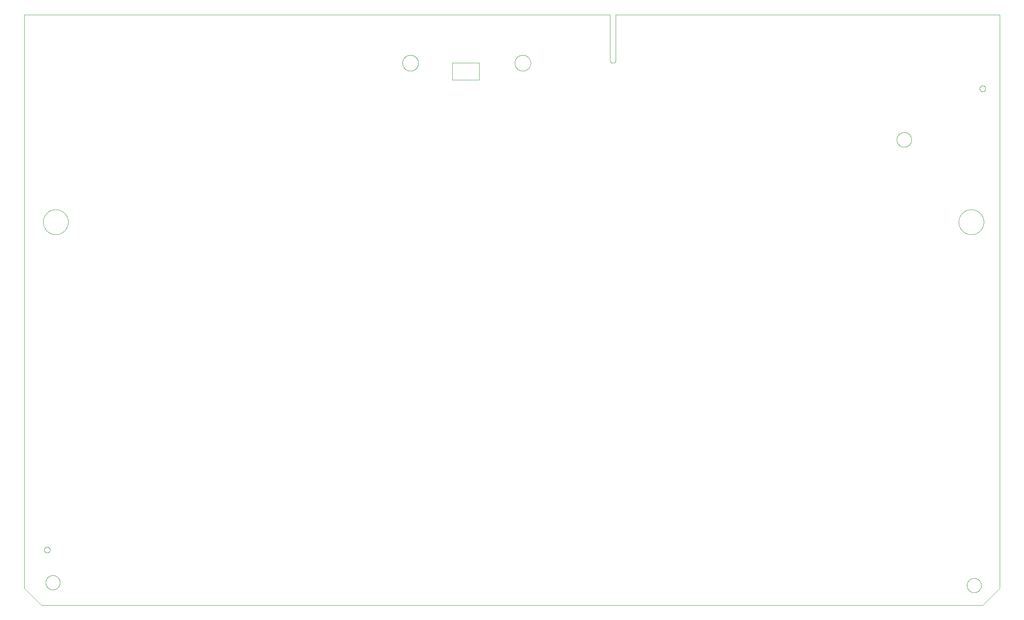
<source format=gko>
G04 EAGLE Gerber RS-274X export*
G75*
%MOMM*%
%FSLAX34Y34*%
%LPD*%
%INMill Layer*%
%IPPOS*%
%AMOC8*
5,1,8,0,0,1.08239X$1,22.5*%
G01*
%ADD10C,0.000000*%


D10*
X47500Y50800D02*
X47505Y51193D01*
X47519Y51585D01*
X47543Y51977D01*
X47577Y52368D01*
X47620Y52759D01*
X47673Y53148D01*
X47736Y53535D01*
X47807Y53921D01*
X47889Y54306D01*
X47979Y54688D01*
X48080Y55067D01*
X48189Y55445D01*
X48308Y55819D01*
X48435Y56190D01*
X48572Y56558D01*
X48718Y56923D01*
X48873Y57284D01*
X49036Y57641D01*
X49208Y57994D01*
X49389Y58342D01*
X49579Y58686D01*
X49776Y59026D01*
X49982Y59360D01*
X50196Y59689D01*
X50419Y60013D01*
X50649Y60331D01*
X50886Y60644D01*
X51132Y60950D01*
X51385Y61251D01*
X51645Y61545D01*
X51912Y61833D01*
X52186Y62114D01*
X52467Y62388D01*
X52755Y62655D01*
X53049Y62915D01*
X53350Y63168D01*
X53656Y63414D01*
X53969Y63651D01*
X54287Y63881D01*
X54611Y64104D01*
X54940Y64318D01*
X55274Y64524D01*
X55614Y64721D01*
X55958Y64911D01*
X56306Y65092D01*
X56659Y65264D01*
X57016Y65427D01*
X57377Y65582D01*
X57742Y65728D01*
X58110Y65865D01*
X58481Y65992D01*
X58855Y66111D01*
X59233Y66220D01*
X59612Y66321D01*
X59994Y66411D01*
X60379Y66493D01*
X60765Y66564D01*
X61152Y66627D01*
X61541Y66680D01*
X61932Y66723D01*
X62323Y66757D01*
X62715Y66781D01*
X63107Y66795D01*
X63500Y66800D01*
X63893Y66795D01*
X64285Y66781D01*
X64677Y66757D01*
X65068Y66723D01*
X65459Y66680D01*
X65848Y66627D01*
X66235Y66564D01*
X66621Y66493D01*
X67006Y66411D01*
X67388Y66321D01*
X67767Y66220D01*
X68145Y66111D01*
X68519Y65992D01*
X68890Y65865D01*
X69258Y65728D01*
X69623Y65582D01*
X69984Y65427D01*
X70341Y65264D01*
X70694Y65092D01*
X71042Y64911D01*
X71386Y64721D01*
X71726Y64524D01*
X72060Y64318D01*
X72389Y64104D01*
X72713Y63881D01*
X73031Y63651D01*
X73344Y63414D01*
X73650Y63168D01*
X73951Y62915D01*
X74245Y62655D01*
X74533Y62388D01*
X74814Y62114D01*
X75088Y61833D01*
X75355Y61545D01*
X75615Y61251D01*
X75868Y60950D01*
X76114Y60644D01*
X76351Y60331D01*
X76581Y60013D01*
X76804Y59689D01*
X77018Y59360D01*
X77224Y59026D01*
X77421Y58686D01*
X77611Y58342D01*
X77792Y57994D01*
X77964Y57641D01*
X78127Y57284D01*
X78282Y56923D01*
X78428Y56558D01*
X78565Y56190D01*
X78692Y55819D01*
X78811Y55445D01*
X78920Y55067D01*
X79021Y54688D01*
X79111Y54306D01*
X79193Y53921D01*
X79264Y53535D01*
X79327Y53148D01*
X79380Y52759D01*
X79423Y52368D01*
X79457Y51977D01*
X79481Y51585D01*
X79495Y51193D01*
X79500Y50800D01*
X79495Y50407D01*
X79481Y50015D01*
X79457Y49623D01*
X79423Y49232D01*
X79380Y48841D01*
X79327Y48452D01*
X79264Y48065D01*
X79193Y47679D01*
X79111Y47294D01*
X79021Y46912D01*
X78920Y46533D01*
X78811Y46155D01*
X78692Y45781D01*
X78565Y45410D01*
X78428Y45042D01*
X78282Y44677D01*
X78127Y44316D01*
X77964Y43959D01*
X77792Y43606D01*
X77611Y43258D01*
X77421Y42914D01*
X77224Y42574D01*
X77018Y42240D01*
X76804Y41911D01*
X76581Y41587D01*
X76351Y41269D01*
X76114Y40956D01*
X75868Y40650D01*
X75615Y40349D01*
X75355Y40055D01*
X75088Y39767D01*
X74814Y39486D01*
X74533Y39212D01*
X74245Y38945D01*
X73951Y38685D01*
X73650Y38432D01*
X73344Y38186D01*
X73031Y37949D01*
X72713Y37719D01*
X72389Y37496D01*
X72060Y37282D01*
X71726Y37076D01*
X71386Y36879D01*
X71042Y36689D01*
X70694Y36508D01*
X70341Y36336D01*
X69984Y36173D01*
X69623Y36018D01*
X69258Y35872D01*
X68890Y35735D01*
X68519Y35608D01*
X68145Y35489D01*
X67767Y35380D01*
X67388Y35279D01*
X67006Y35189D01*
X66621Y35107D01*
X66235Y35036D01*
X65848Y34973D01*
X65459Y34920D01*
X65068Y34877D01*
X64677Y34843D01*
X64285Y34819D01*
X63893Y34805D01*
X63500Y34800D01*
X63107Y34805D01*
X62715Y34819D01*
X62323Y34843D01*
X61932Y34877D01*
X61541Y34920D01*
X61152Y34973D01*
X60765Y35036D01*
X60379Y35107D01*
X59994Y35189D01*
X59612Y35279D01*
X59233Y35380D01*
X58855Y35489D01*
X58481Y35608D01*
X58110Y35735D01*
X57742Y35872D01*
X57377Y36018D01*
X57016Y36173D01*
X56659Y36336D01*
X56306Y36508D01*
X55958Y36689D01*
X55614Y36879D01*
X55274Y37076D01*
X54940Y37282D01*
X54611Y37496D01*
X54287Y37719D01*
X53969Y37949D01*
X53656Y38186D01*
X53350Y38432D01*
X53049Y38685D01*
X52755Y38945D01*
X52467Y39212D01*
X52186Y39486D01*
X51912Y39767D01*
X51645Y40055D01*
X51385Y40349D01*
X51132Y40650D01*
X50886Y40956D01*
X50649Y41269D01*
X50419Y41587D01*
X50196Y41911D01*
X49982Y42240D01*
X49776Y42574D01*
X49579Y42914D01*
X49389Y43258D01*
X49208Y43606D01*
X49036Y43959D01*
X48873Y44316D01*
X48718Y44677D01*
X48572Y45042D01*
X48435Y45410D01*
X48308Y45781D01*
X48189Y46155D01*
X48080Y46533D01*
X47979Y46912D01*
X47889Y47294D01*
X47807Y47679D01*
X47736Y48065D01*
X47673Y48452D01*
X47620Y48841D01*
X47577Y49232D01*
X47543Y49623D01*
X47519Y50015D01*
X47505Y50407D01*
X47500Y50800D01*
X41910Y857250D02*
X41918Y857936D01*
X41944Y858621D01*
X41986Y859305D01*
X42045Y859989D01*
X42120Y860670D01*
X42212Y861350D01*
X42321Y862027D01*
X42447Y862701D01*
X42589Y863372D01*
X42747Y864039D01*
X42922Y864702D01*
X43113Y865361D01*
X43320Y866014D01*
X43543Y866663D01*
X43782Y867305D01*
X44037Y867942D01*
X44307Y868572D01*
X44593Y869196D01*
X44893Y869812D01*
X45209Y870421D01*
X45540Y871022D01*
X45885Y871614D01*
X46245Y872198D01*
X46619Y872773D01*
X47007Y873338D01*
X47408Y873894D01*
X47824Y874440D01*
X48252Y874975D01*
X48694Y875500D01*
X49148Y876013D01*
X49615Y876516D01*
X50093Y877007D01*
X50584Y877485D01*
X51087Y877952D01*
X51600Y878406D01*
X52125Y878848D01*
X52660Y879276D01*
X53206Y879692D01*
X53762Y880093D01*
X54327Y880481D01*
X54902Y880855D01*
X55486Y881215D01*
X56078Y881560D01*
X56679Y881891D01*
X57288Y882207D01*
X57904Y882507D01*
X58528Y882793D01*
X59158Y883063D01*
X59795Y883318D01*
X60437Y883557D01*
X61086Y883780D01*
X61739Y883987D01*
X62398Y884178D01*
X63061Y884353D01*
X63728Y884511D01*
X64399Y884653D01*
X65073Y884779D01*
X65750Y884888D01*
X66430Y884980D01*
X67111Y885055D01*
X67795Y885114D01*
X68479Y885156D01*
X69164Y885182D01*
X69850Y885190D01*
X70536Y885182D01*
X71221Y885156D01*
X71905Y885114D01*
X72589Y885055D01*
X73270Y884980D01*
X73950Y884888D01*
X74627Y884779D01*
X75301Y884653D01*
X75972Y884511D01*
X76639Y884353D01*
X77302Y884178D01*
X77961Y883987D01*
X78614Y883780D01*
X79263Y883557D01*
X79905Y883318D01*
X80542Y883063D01*
X81172Y882793D01*
X81796Y882507D01*
X82412Y882207D01*
X83021Y881891D01*
X83622Y881560D01*
X84214Y881215D01*
X84798Y880855D01*
X85373Y880481D01*
X85938Y880093D01*
X86494Y879692D01*
X87040Y879276D01*
X87575Y878848D01*
X88100Y878406D01*
X88613Y877952D01*
X89116Y877485D01*
X89607Y877007D01*
X90085Y876516D01*
X90552Y876013D01*
X91006Y875500D01*
X91448Y874975D01*
X91876Y874440D01*
X92292Y873894D01*
X92693Y873338D01*
X93081Y872773D01*
X93455Y872198D01*
X93815Y871614D01*
X94160Y871022D01*
X94491Y870421D01*
X94807Y869812D01*
X95107Y869196D01*
X95393Y868572D01*
X95663Y867942D01*
X95918Y867305D01*
X96157Y866663D01*
X96380Y866014D01*
X96587Y865361D01*
X96778Y864702D01*
X96953Y864039D01*
X97111Y863372D01*
X97253Y862701D01*
X97379Y862027D01*
X97488Y861350D01*
X97580Y860670D01*
X97655Y859989D01*
X97714Y859305D01*
X97756Y858621D01*
X97782Y857936D01*
X97790Y857250D01*
X97782Y856564D01*
X97756Y855879D01*
X97714Y855195D01*
X97655Y854511D01*
X97580Y853830D01*
X97488Y853150D01*
X97379Y852473D01*
X97253Y851799D01*
X97111Y851128D01*
X96953Y850461D01*
X96778Y849798D01*
X96587Y849139D01*
X96380Y848486D01*
X96157Y847837D01*
X95918Y847195D01*
X95663Y846558D01*
X95393Y845928D01*
X95107Y845304D01*
X94807Y844688D01*
X94491Y844079D01*
X94160Y843478D01*
X93815Y842886D01*
X93455Y842302D01*
X93081Y841727D01*
X92693Y841162D01*
X92292Y840606D01*
X91876Y840060D01*
X91448Y839525D01*
X91006Y839000D01*
X90552Y838487D01*
X90085Y837984D01*
X89607Y837493D01*
X89116Y837015D01*
X88613Y836548D01*
X88100Y836094D01*
X87575Y835652D01*
X87040Y835224D01*
X86494Y834808D01*
X85938Y834407D01*
X85373Y834019D01*
X84798Y833645D01*
X84214Y833285D01*
X83622Y832940D01*
X83021Y832609D01*
X82412Y832293D01*
X81796Y831993D01*
X81172Y831707D01*
X80542Y831437D01*
X79905Y831182D01*
X79263Y830943D01*
X78614Y830720D01*
X77961Y830513D01*
X77302Y830322D01*
X76639Y830147D01*
X75972Y829989D01*
X75301Y829847D01*
X74627Y829721D01*
X73950Y829612D01*
X73270Y829520D01*
X72589Y829445D01*
X71905Y829386D01*
X71221Y829344D01*
X70536Y829318D01*
X69850Y829310D01*
X69164Y829318D01*
X68479Y829344D01*
X67795Y829386D01*
X67111Y829445D01*
X66430Y829520D01*
X65750Y829612D01*
X65073Y829721D01*
X64399Y829847D01*
X63728Y829989D01*
X63061Y830147D01*
X62398Y830322D01*
X61739Y830513D01*
X61086Y830720D01*
X60437Y830943D01*
X59795Y831182D01*
X59158Y831437D01*
X58528Y831707D01*
X57904Y831993D01*
X57288Y832293D01*
X56679Y832609D01*
X56078Y832940D01*
X55486Y833285D01*
X54902Y833645D01*
X54327Y834019D01*
X53762Y834407D01*
X53206Y834808D01*
X52660Y835224D01*
X52125Y835652D01*
X51600Y836094D01*
X51087Y836548D01*
X50584Y837015D01*
X50093Y837493D01*
X49615Y837984D01*
X49148Y838487D01*
X48694Y839000D01*
X48252Y839525D01*
X47824Y840060D01*
X47408Y840606D01*
X47007Y841162D01*
X46619Y841727D01*
X46245Y842302D01*
X45885Y842886D01*
X45540Y843478D01*
X45209Y844079D01*
X44893Y844688D01*
X44593Y845304D01*
X44307Y845928D01*
X44037Y846558D01*
X43782Y847195D01*
X43543Y847837D01*
X43320Y848486D01*
X43113Y849139D01*
X42922Y849798D01*
X42747Y850461D01*
X42589Y851128D01*
X42447Y851799D01*
X42321Y852473D01*
X42212Y853150D01*
X42120Y853830D01*
X42045Y854511D01*
X41986Y855195D01*
X41944Y855879D01*
X41918Y856564D01*
X41910Y857250D01*
X2086610Y857250D02*
X2086618Y857936D01*
X2086644Y858621D01*
X2086686Y859305D01*
X2086745Y859989D01*
X2086820Y860670D01*
X2086912Y861350D01*
X2087021Y862027D01*
X2087147Y862701D01*
X2087289Y863372D01*
X2087447Y864039D01*
X2087622Y864702D01*
X2087813Y865361D01*
X2088020Y866014D01*
X2088243Y866663D01*
X2088482Y867305D01*
X2088737Y867942D01*
X2089007Y868572D01*
X2089293Y869196D01*
X2089593Y869812D01*
X2089909Y870421D01*
X2090240Y871022D01*
X2090585Y871614D01*
X2090945Y872198D01*
X2091319Y872773D01*
X2091707Y873338D01*
X2092108Y873894D01*
X2092524Y874440D01*
X2092952Y874975D01*
X2093394Y875500D01*
X2093848Y876013D01*
X2094315Y876516D01*
X2094793Y877007D01*
X2095284Y877485D01*
X2095787Y877952D01*
X2096300Y878406D01*
X2096825Y878848D01*
X2097360Y879276D01*
X2097906Y879692D01*
X2098462Y880093D01*
X2099027Y880481D01*
X2099602Y880855D01*
X2100186Y881215D01*
X2100778Y881560D01*
X2101379Y881891D01*
X2101988Y882207D01*
X2102604Y882507D01*
X2103228Y882793D01*
X2103858Y883063D01*
X2104495Y883318D01*
X2105137Y883557D01*
X2105786Y883780D01*
X2106439Y883987D01*
X2107098Y884178D01*
X2107761Y884353D01*
X2108428Y884511D01*
X2109099Y884653D01*
X2109773Y884779D01*
X2110450Y884888D01*
X2111130Y884980D01*
X2111811Y885055D01*
X2112495Y885114D01*
X2113179Y885156D01*
X2113864Y885182D01*
X2114550Y885190D01*
X2115236Y885182D01*
X2115921Y885156D01*
X2116605Y885114D01*
X2117289Y885055D01*
X2117970Y884980D01*
X2118650Y884888D01*
X2119327Y884779D01*
X2120001Y884653D01*
X2120672Y884511D01*
X2121339Y884353D01*
X2122002Y884178D01*
X2122661Y883987D01*
X2123314Y883780D01*
X2123963Y883557D01*
X2124605Y883318D01*
X2125242Y883063D01*
X2125872Y882793D01*
X2126496Y882507D01*
X2127112Y882207D01*
X2127721Y881891D01*
X2128322Y881560D01*
X2128914Y881215D01*
X2129498Y880855D01*
X2130073Y880481D01*
X2130638Y880093D01*
X2131194Y879692D01*
X2131740Y879276D01*
X2132275Y878848D01*
X2132800Y878406D01*
X2133313Y877952D01*
X2133816Y877485D01*
X2134307Y877007D01*
X2134785Y876516D01*
X2135252Y876013D01*
X2135706Y875500D01*
X2136148Y874975D01*
X2136576Y874440D01*
X2136992Y873894D01*
X2137393Y873338D01*
X2137781Y872773D01*
X2138155Y872198D01*
X2138515Y871614D01*
X2138860Y871022D01*
X2139191Y870421D01*
X2139507Y869812D01*
X2139807Y869196D01*
X2140093Y868572D01*
X2140363Y867942D01*
X2140618Y867305D01*
X2140857Y866663D01*
X2141080Y866014D01*
X2141287Y865361D01*
X2141478Y864702D01*
X2141653Y864039D01*
X2141811Y863372D01*
X2141953Y862701D01*
X2142079Y862027D01*
X2142188Y861350D01*
X2142280Y860670D01*
X2142355Y859989D01*
X2142414Y859305D01*
X2142456Y858621D01*
X2142482Y857936D01*
X2142490Y857250D01*
X2142482Y856564D01*
X2142456Y855879D01*
X2142414Y855195D01*
X2142355Y854511D01*
X2142280Y853830D01*
X2142188Y853150D01*
X2142079Y852473D01*
X2141953Y851799D01*
X2141811Y851128D01*
X2141653Y850461D01*
X2141478Y849798D01*
X2141287Y849139D01*
X2141080Y848486D01*
X2140857Y847837D01*
X2140618Y847195D01*
X2140363Y846558D01*
X2140093Y845928D01*
X2139807Y845304D01*
X2139507Y844688D01*
X2139191Y844079D01*
X2138860Y843478D01*
X2138515Y842886D01*
X2138155Y842302D01*
X2137781Y841727D01*
X2137393Y841162D01*
X2136992Y840606D01*
X2136576Y840060D01*
X2136148Y839525D01*
X2135706Y839000D01*
X2135252Y838487D01*
X2134785Y837984D01*
X2134307Y837493D01*
X2133816Y837015D01*
X2133313Y836548D01*
X2132800Y836094D01*
X2132275Y835652D01*
X2131740Y835224D01*
X2131194Y834808D01*
X2130638Y834407D01*
X2130073Y834019D01*
X2129498Y833645D01*
X2128914Y833285D01*
X2128322Y832940D01*
X2127721Y832609D01*
X2127112Y832293D01*
X2126496Y831993D01*
X2125872Y831707D01*
X2125242Y831437D01*
X2124605Y831182D01*
X2123963Y830943D01*
X2123314Y830720D01*
X2122661Y830513D01*
X2122002Y830322D01*
X2121339Y830147D01*
X2120672Y829989D01*
X2120001Y829847D01*
X2119327Y829721D01*
X2118650Y829612D01*
X2117970Y829520D01*
X2117289Y829445D01*
X2116605Y829386D01*
X2115921Y829344D01*
X2115236Y829318D01*
X2114550Y829310D01*
X2113864Y829318D01*
X2113179Y829344D01*
X2112495Y829386D01*
X2111811Y829445D01*
X2111130Y829520D01*
X2110450Y829612D01*
X2109773Y829721D01*
X2109099Y829847D01*
X2108428Y829989D01*
X2107761Y830147D01*
X2107098Y830322D01*
X2106439Y830513D01*
X2105786Y830720D01*
X2105137Y830943D01*
X2104495Y831182D01*
X2103858Y831437D01*
X2103228Y831707D01*
X2102604Y831993D01*
X2101988Y832293D01*
X2101379Y832609D01*
X2100778Y832940D01*
X2100186Y833285D01*
X2099602Y833645D01*
X2099027Y834019D01*
X2098462Y834407D01*
X2097906Y834808D01*
X2097360Y835224D01*
X2096825Y835652D01*
X2096300Y836094D01*
X2095787Y836548D01*
X2095284Y837015D01*
X2094793Y837493D01*
X2094315Y837984D01*
X2093848Y838487D01*
X2093394Y839000D01*
X2092952Y839525D01*
X2092524Y840060D01*
X2092108Y840606D01*
X2091707Y841162D01*
X2091319Y841727D01*
X2090945Y842302D01*
X2090585Y842886D01*
X2090240Y843478D01*
X2089909Y844079D01*
X2089593Y844688D01*
X2089293Y845304D01*
X2089007Y845928D01*
X2088737Y846558D01*
X2088482Y847195D01*
X2088243Y847837D01*
X2088020Y848486D01*
X2087813Y849139D01*
X2087622Y849798D01*
X2087447Y850461D01*
X2087289Y851128D01*
X2087147Y851799D01*
X2087021Y852473D01*
X2086912Y853150D01*
X2086820Y853830D01*
X2086745Y854511D01*
X2086686Y855195D01*
X2086644Y855879D01*
X2086618Y856564D01*
X2086610Y857250D01*
X2104900Y44450D02*
X2104905Y44843D01*
X2104919Y45235D01*
X2104943Y45627D01*
X2104977Y46018D01*
X2105020Y46409D01*
X2105073Y46798D01*
X2105136Y47185D01*
X2105207Y47571D01*
X2105289Y47956D01*
X2105379Y48338D01*
X2105480Y48717D01*
X2105589Y49095D01*
X2105708Y49469D01*
X2105835Y49840D01*
X2105972Y50208D01*
X2106118Y50573D01*
X2106273Y50934D01*
X2106436Y51291D01*
X2106608Y51644D01*
X2106789Y51992D01*
X2106979Y52336D01*
X2107176Y52676D01*
X2107382Y53010D01*
X2107596Y53339D01*
X2107819Y53663D01*
X2108049Y53981D01*
X2108286Y54294D01*
X2108532Y54600D01*
X2108785Y54901D01*
X2109045Y55195D01*
X2109312Y55483D01*
X2109586Y55764D01*
X2109867Y56038D01*
X2110155Y56305D01*
X2110449Y56565D01*
X2110750Y56818D01*
X2111056Y57064D01*
X2111369Y57301D01*
X2111687Y57531D01*
X2112011Y57754D01*
X2112340Y57968D01*
X2112674Y58174D01*
X2113014Y58371D01*
X2113358Y58561D01*
X2113706Y58742D01*
X2114059Y58914D01*
X2114416Y59077D01*
X2114777Y59232D01*
X2115142Y59378D01*
X2115510Y59515D01*
X2115881Y59642D01*
X2116255Y59761D01*
X2116633Y59870D01*
X2117012Y59971D01*
X2117394Y60061D01*
X2117779Y60143D01*
X2118165Y60214D01*
X2118552Y60277D01*
X2118941Y60330D01*
X2119332Y60373D01*
X2119723Y60407D01*
X2120115Y60431D01*
X2120507Y60445D01*
X2120900Y60450D01*
X2121293Y60445D01*
X2121685Y60431D01*
X2122077Y60407D01*
X2122468Y60373D01*
X2122859Y60330D01*
X2123248Y60277D01*
X2123635Y60214D01*
X2124021Y60143D01*
X2124406Y60061D01*
X2124788Y59971D01*
X2125167Y59870D01*
X2125545Y59761D01*
X2125919Y59642D01*
X2126290Y59515D01*
X2126658Y59378D01*
X2127023Y59232D01*
X2127384Y59077D01*
X2127741Y58914D01*
X2128094Y58742D01*
X2128442Y58561D01*
X2128786Y58371D01*
X2129126Y58174D01*
X2129460Y57968D01*
X2129789Y57754D01*
X2130113Y57531D01*
X2130431Y57301D01*
X2130744Y57064D01*
X2131050Y56818D01*
X2131351Y56565D01*
X2131645Y56305D01*
X2131933Y56038D01*
X2132214Y55764D01*
X2132488Y55483D01*
X2132755Y55195D01*
X2133015Y54901D01*
X2133268Y54600D01*
X2133514Y54294D01*
X2133751Y53981D01*
X2133981Y53663D01*
X2134204Y53339D01*
X2134418Y53010D01*
X2134624Y52676D01*
X2134821Y52336D01*
X2135011Y51992D01*
X2135192Y51644D01*
X2135364Y51291D01*
X2135527Y50934D01*
X2135682Y50573D01*
X2135828Y50208D01*
X2135965Y49840D01*
X2136092Y49469D01*
X2136211Y49095D01*
X2136320Y48717D01*
X2136421Y48338D01*
X2136511Y47956D01*
X2136593Y47571D01*
X2136664Y47185D01*
X2136727Y46798D01*
X2136780Y46409D01*
X2136823Y46018D01*
X2136857Y45627D01*
X2136881Y45235D01*
X2136895Y44843D01*
X2136900Y44450D01*
X2136895Y44057D01*
X2136881Y43665D01*
X2136857Y43273D01*
X2136823Y42882D01*
X2136780Y42491D01*
X2136727Y42102D01*
X2136664Y41715D01*
X2136593Y41329D01*
X2136511Y40944D01*
X2136421Y40562D01*
X2136320Y40183D01*
X2136211Y39805D01*
X2136092Y39431D01*
X2135965Y39060D01*
X2135828Y38692D01*
X2135682Y38327D01*
X2135527Y37966D01*
X2135364Y37609D01*
X2135192Y37256D01*
X2135011Y36908D01*
X2134821Y36564D01*
X2134624Y36224D01*
X2134418Y35890D01*
X2134204Y35561D01*
X2133981Y35237D01*
X2133751Y34919D01*
X2133514Y34606D01*
X2133268Y34300D01*
X2133015Y33999D01*
X2132755Y33705D01*
X2132488Y33417D01*
X2132214Y33136D01*
X2131933Y32862D01*
X2131645Y32595D01*
X2131351Y32335D01*
X2131050Y32082D01*
X2130744Y31836D01*
X2130431Y31599D01*
X2130113Y31369D01*
X2129789Y31146D01*
X2129460Y30932D01*
X2129126Y30726D01*
X2128786Y30529D01*
X2128442Y30339D01*
X2128094Y30158D01*
X2127741Y29986D01*
X2127384Y29823D01*
X2127023Y29668D01*
X2126658Y29522D01*
X2126290Y29385D01*
X2125919Y29258D01*
X2125545Y29139D01*
X2125167Y29030D01*
X2124788Y28929D01*
X2124406Y28839D01*
X2124021Y28757D01*
X2123635Y28686D01*
X2123248Y28623D01*
X2122859Y28570D01*
X2122468Y28527D01*
X2122077Y28493D01*
X2121685Y28469D01*
X2121293Y28455D01*
X2120900Y28450D01*
X2120507Y28455D01*
X2120115Y28469D01*
X2119723Y28493D01*
X2119332Y28527D01*
X2118941Y28570D01*
X2118552Y28623D01*
X2118165Y28686D01*
X2117779Y28757D01*
X2117394Y28839D01*
X2117012Y28929D01*
X2116633Y29030D01*
X2116255Y29139D01*
X2115881Y29258D01*
X2115510Y29385D01*
X2115142Y29522D01*
X2114777Y29668D01*
X2114416Y29823D01*
X2114059Y29986D01*
X2113706Y30158D01*
X2113358Y30339D01*
X2113014Y30529D01*
X2112674Y30726D01*
X2112340Y30932D01*
X2112011Y31146D01*
X2111687Y31369D01*
X2111369Y31599D01*
X2111056Y31836D01*
X2110750Y32082D01*
X2110449Y32335D01*
X2110155Y32595D01*
X2109867Y32862D01*
X2109586Y33136D01*
X2109312Y33417D01*
X2109045Y33705D01*
X2108785Y33999D01*
X2108532Y34300D01*
X2108286Y34606D01*
X2108049Y34919D01*
X2107819Y35237D01*
X2107596Y35561D01*
X2107382Y35890D01*
X2107176Y36224D01*
X2106979Y36564D01*
X2106789Y36908D01*
X2106608Y37256D01*
X2106436Y37609D01*
X2106273Y37966D01*
X2106118Y38327D01*
X2105972Y38692D01*
X2105835Y39060D01*
X2105708Y39431D01*
X2105589Y39805D01*
X2105480Y40183D01*
X2105379Y40562D01*
X2105289Y40944D01*
X2105207Y41329D01*
X2105136Y41715D01*
X2105073Y42102D01*
X2105020Y42491D01*
X2104977Y42882D01*
X2104943Y43273D01*
X2104919Y43665D01*
X2104905Y44057D01*
X2104900Y44450D01*
X0Y38100D02*
X0Y1320800D01*
X2178050Y1320800D02*
X2178050Y38100D01*
X2139950Y0D01*
X38100Y0D01*
X0Y38100D01*
X0Y1320800D02*
X1200150Y1320800D01*
X1911350Y1320800D02*
X2178050Y1320800D01*
X44300Y123825D02*
X44302Y123986D01*
X44308Y124146D01*
X44318Y124307D01*
X44332Y124467D01*
X44350Y124627D01*
X44371Y124786D01*
X44397Y124945D01*
X44427Y125103D01*
X44460Y125260D01*
X44498Y125417D01*
X44539Y125572D01*
X44584Y125726D01*
X44633Y125879D01*
X44686Y126031D01*
X44742Y126182D01*
X44803Y126331D01*
X44866Y126479D01*
X44934Y126625D01*
X45005Y126769D01*
X45079Y126911D01*
X45157Y127052D01*
X45239Y127190D01*
X45324Y127327D01*
X45412Y127461D01*
X45504Y127593D01*
X45599Y127723D01*
X45697Y127851D01*
X45798Y127976D01*
X45902Y128098D01*
X46009Y128218D01*
X46119Y128335D01*
X46232Y128450D01*
X46348Y128561D01*
X46467Y128670D01*
X46588Y128775D01*
X46712Y128878D01*
X46838Y128978D01*
X46966Y129074D01*
X47097Y129167D01*
X47231Y129257D01*
X47366Y129344D01*
X47504Y129427D01*
X47643Y129507D01*
X47785Y129583D01*
X47928Y129656D01*
X48073Y129725D01*
X48220Y129791D01*
X48368Y129853D01*
X48518Y129911D01*
X48669Y129966D01*
X48822Y130017D01*
X48976Y130064D01*
X49131Y130107D01*
X49287Y130146D01*
X49443Y130182D01*
X49601Y130213D01*
X49759Y130241D01*
X49918Y130265D01*
X50078Y130285D01*
X50238Y130301D01*
X50398Y130313D01*
X50559Y130321D01*
X50720Y130325D01*
X50880Y130325D01*
X51041Y130321D01*
X51202Y130313D01*
X51362Y130301D01*
X51522Y130285D01*
X51682Y130265D01*
X51841Y130241D01*
X51999Y130213D01*
X52157Y130182D01*
X52313Y130146D01*
X52469Y130107D01*
X52624Y130064D01*
X52778Y130017D01*
X52931Y129966D01*
X53082Y129911D01*
X53232Y129853D01*
X53380Y129791D01*
X53527Y129725D01*
X53672Y129656D01*
X53815Y129583D01*
X53957Y129507D01*
X54096Y129427D01*
X54234Y129344D01*
X54369Y129257D01*
X54503Y129167D01*
X54634Y129074D01*
X54762Y128978D01*
X54888Y128878D01*
X55012Y128775D01*
X55133Y128670D01*
X55252Y128561D01*
X55368Y128450D01*
X55481Y128335D01*
X55591Y128218D01*
X55698Y128098D01*
X55802Y127976D01*
X55903Y127851D01*
X56001Y127723D01*
X56096Y127593D01*
X56188Y127461D01*
X56276Y127327D01*
X56361Y127190D01*
X56443Y127052D01*
X56521Y126911D01*
X56595Y126769D01*
X56666Y126625D01*
X56734Y126479D01*
X56797Y126331D01*
X56858Y126182D01*
X56914Y126031D01*
X56967Y125879D01*
X57016Y125726D01*
X57061Y125572D01*
X57102Y125417D01*
X57140Y125260D01*
X57173Y125103D01*
X57203Y124945D01*
X57229Y124786D01*
X57250Y124627D01*
X57268Y124467D01*
X57282Y124307D01*
X57292Y124146D01*
X57298Y123986D01*
X57300Y123825D01*
X57298Y123664D01*
X57292Y123504D01*
X57282Y123343D01*
X57268Y123183D01*
X57250Y123023D01*
X57229Y122864D01*
X57203Y122705D01*
X57173Y122547D01*
X57140Y122390D01*
X57102Y122233D01*
X57061Y122078D01*
X57016Y121924D01*
X56967Y121771D01*
X56914Y121619D01*
X56858Y121468D01*
X56797Y121319D01*
X56734Y121171D01*
X56666Y121025D01*
X56595Y120881D01*
X56521Y120739D01*
X56443Y120598D01*
X56361Y120460D01*
X56276Y120323D01*
X56188Y120189D01*
X56096Y120057D01*
X56001Y119927D01*
X55903Y119799D01*
X55802Y119674D01*
X55698Y119552D01*
X55591Y119432D01*
X55481Y119315D01*
X55368Y119200D01*
X55252Y119089D01*
X55133Y118980D01*
X55012Y118875D01*
X54888Y118772D01*
X54762Y118672D01*
X54634Y118576D01*
X54503Y118483D01*
X54369Y118393D01*
X54234Y118306D01*
X54096Y118223D01*
X53957Y118143D01*
X53815Y118067D01*
X53672Y117994D01*
X53527Y117925D01*
X53380Y117859D01*
X53232Y117797D01*
X53082Y117739D01*
X52931Y117684D01*
X52778Y117633D01*
X52624Y117586D01*
X52469Y117543D01*
X52313Y117504D01*
X52157Y117468D01*
X51999Y117437D01*
X51841Y117409D01*
X51682Y117385D01*
X51522Y117365D01*
X51362Y117349D01*
X51202Y117337D01*
X51041Y117329D01*
X50880Y117325D01*
X50720Y117325D01*
X50559Y117329D01*
X50398Y117337D01*
X50238Y117349D01*
X50078Y117365D01*
X49918Y117385D01*
X49759Y117409D01*
X49601Y117437D01*
X49443Y117468D01*
X49287Y117504D01*
X49131Y117543D01*
X48976Y117586D01*
X48822Y117633D01*
X48669Y117684D01*
X48518Y117739D01*
X48368Y117797D01*
X48220Y117859D01*
X48073Y117925D01*
X47928Y117994D01*
X47785Y118067D01*
X47643Y118143D01*
X47504Y118223D01*
X47366Y118306D01*
X47231Y118393D01*
X47097Y118483D01*
X46966Y118576D01*
X46838Y118672D01*
X46712Y118772D01*
X46588Y118875D01*
X46467Y118980D01*
X46348Y119089D01*
X46232Y119200D01*
X46119Y119315D01*
X46009Y119432D01*
X45902Y119552D01*
X45798Y119674D01*
X45697Y119799D01*
X45599Y119927D01*
X45504Y120057D01*
X45412Y120189D01*
X45324Y120323D01*
X45239Y120460D01*
X45157Y120598D01*
X45079Y120739D01*
X45005Y120881D01*
X44934Y121025D01*
X44866Y121171D01*
X44803Y121319D01*
X44742Y121468D01*
X44686Y121619D01*
X44633Y121771D01*
X44584Y121924D01*
X44539Y122078D01*
X44498Y122233D01*
X44460Y122390D01*
X44427Y122547D01*
X44397Y122705D01*
X44371Y122864D01*
X44350Y123023D01*
X44332Y123183D01*
X44318Y123343D01*
X44308Y123504D01*
X44302Y123664D01*
X44300Y123825D01*
X2133450Y1155700D02*
X2133452Y1155861D01*
X2133458Y1156021D01*
X2133468Y1156182D01*
X2133482Y1156342D01*
X2133500Y1156502D01*
X2133521Y1156661D01*
X2133547Y1156820D01*
X2133577Y1156978D01*
X2133610Y1157135D01*
X2133648Y1157292D01*
X2133689Y1157447D01*
X2133734Y1157601D01*
X2133783Y1157754D01*
X2133836Y1157906D01*
X2133892Y1158057D01*
X2133953Y1158206D01*
X2134016Y1158354D01*
X2134084Y1158500D01*
X2134155Y1158644D01*
X2134229Y1158786D01*
X2134307Y1158927D01*
X2134389Y1159065D01*
X2134474Y1159202D01*
X2134562Y1159336D01*
X2134654Y1159468D01*
X2134749Y1159598D01*
X2134847Y1159726D01*
X2134948Y1159851D01*
X2135052Y1159973D01*
X2135159Y1160093D01*
X2135269Y1160210D01*
X2135382Y1160325D01*
X2135498Y1160436D01*
X2135617Y1160545D01*
X2135738Y1160650D01*
X2135862Y1160753D01*
X2135988Y1160853D01*
X2136116Y1160949D01*
X2136247Y1161042D01*
X2136381Y1161132D01*
X2136516Y1161219D01*
X2136654Y1161302D01*
X2136793Y1161382D01*
X2136935Y1161458D01*
X2137078Y1161531D01*
X2137223Y1161600D01*
X2137370Y1161666D01*
X2137518Y1161728D01*
X2137668Y1161786D01*
X2137819Y1161841D01*
X2137972Y1161892D01*
X2138126Y1161939D01*
X2138281Y1161982D01*
X2138437Y1162021D01*
X2138593Y1162057D01*
X2138751Y1162088D01*
X2138909Y1162116D01*
X2139068Y1162140D01*
X2139228Y1162160D01*
X2139388Y1162176D01*
X2139548Y1162188D01*
X2139709Y1162196D01*
X2139870Y1162200D01*
X2140030Y1162200D01*
X2140191Y1162196D01*
X2140352Y1162188D01*
X2140512Y1162176D01*
X2140672Y1162160D01*
X2140832Y1162140D01*
X2140991Y1162116D01*
X2141149Y1162088D01*
X2141307Y1162057D01*
X2141463Y1162021D01*
X2141619Y1161982D01*
X2141774Y1161939D01*
X2141928Y1161892D01*
X2142081Y1161841D01*
X2142232Y1161786D01*
X2142382Y1161728D01*
X2142530Y1161666D01*
X2142677Y1161600D01*
X2142822Y1161531D01*
X2142965Y1161458D01*
X2143107Y1161382D01*
X2143246Y1161302D01*
X2143384Y1161219D01*
X2143519Y1161132D01*
X2143653Y1161042D01*
X2143784Y1160949D01*
X2143912Y1160853D01*
X2144038Y1160753D01*
X2144162Y1160650D01*
X2144283Y1160545D01*
X2144402Y1160436D01*
X2144518Y1160325D01*
X2144631Y1160210D01*
X2144741Y1160093D01*
X2144848Y1159973D01*
X2144952Y1159851D01*
X2145053Y1159726D01*
X2145151Y1159598D01*
X2145246Y1159468D01*
X2145338Y1159336D01*
X2145426Y1159202D01*
X2145511Y1159065D01*
X2145593Y1158927D01*
X2145671Y1158786D01*
X2145745Y1158644D01*
X2145816Y1158500D01*
X2145884Y1158354D01*
X2145947Y1158206D01*
X2146008Y1158057D01*
X2146064Y1157906D01*
X2146117Y1157754D01*
X2146166Y1157601D01*
X2146211Y1157447D01*
X2146252Y1157292D01*
X2146290Y1157135D01*
X2146323Y1156978D01*
X2146353Y1156820D01*
X2146379Y1156661D01*
X2146400Y1156502D01*
X2146418Y1156342D01*
X2146432Y1156182D01*
X2146442Y1156021D01*
X2146448Y1155861D01*
X2146450Y1155700D01*
X2146448Y1155539D01*
X2146442Y1155379D01*
X2146432Y1155218D01*
X2146418Y1155058D01*
X2146400Y1154898D01*
X2146379Y1154739D01*
X2146353Y1154580D01*
X2146323Y1154422D01*
X2146290Y1154265D01*
X2146252Y1154108D01*
X2146211Y1153953D01*
X2146166Y1153799D01*
X2146117Y1153646D01*
X2146064Y1153494D01*
X2146008Y1153343D01*
X2145947Y1153194D01*
X2145884Y1153046D01*
X2145816Y1152900D01*
X2145745Y1152756D01*
X2145671Y1152614D01*
X2145593Y1152473D01*
X2145511Y1152335D01*
X2145426Y1152198D01*
X2145338Y1152064D01*
X2145246Y1151932D01*
X2145151Y1151802D01*
X2145053Y1151674D01*
X2144952Y1151549D01*
X2144848Y1151427D01*
X2144741Y1151307D01*
X2144631Y1151190D01*
X2144518Y1151075D01*
X2144402Y1150964D01*
X2144283Y1150855D01*
X2144162Y1150750D01*
X2144038Y1150647D01*
X2143912Y1150547D01*
X2143784Y1150451D01*
X2143653Y1150358D01*
X2143519Y1150268D01*
X2143384Y1150181D01*
X2143246Y1150098D01*
X2143107Y1150018D01*
X2142965Y1149942D01*
X2142822Y1149869D01*
X2142677Y1149800D01*
X2142530Y1149734D01*
X2142382Y1149672D01*
X2142232Y1149614D01*
X2142081Y1149559D01*
X2141928Y1149508D01*
X2141774Y1149461D01*
X2141619Y1149418D01*
X2141463Y1149379D01*
X2141307Y1149343D01*
X2141149Y1149312D01*
X2140991Y1149284D01*
X2140832Y1149260D01*
X2140672Y1149240D01*
X2140512Y1149224D01*
X2140352Y1149212D01*
X2140191Y1149204D01*
X2140030Y1149200D01*
X2139870Y1149200D01*
X2139709Y1149204D01*
X2139548Y1149212D01*
X2139388Y1149224D01*
X2139228Y1149240D01*
X2139068Y1149260D01*
X2138909Y1149284D01*
X2138751Y1149312D01*
X2138593Y1149343D01*
X2138437Y1149379D01*
X2138281Y1149418D01*
X2138126Y1149461D01*
X2137972Y1149508D01*
X2137819Y1149559D01*
X2137668Y1149614D01*
X2137518Y1149672D01*
X2137370Y1149734D01*
X2137223Y1149800D01*
X2137078Y1149869D01*
X2136935Y1149942D01*
X2136793Y1150018D01*
X2136654Y1150098D01*
X2136516Y1150181D01*
X2136381Y1150268D01*
X2136247Y1150358D01*
X2136116Y1150451D01*
X2135988Y1150547D01*
X2135862Y1150647D01*
X2135738Y1150750D01*
X2135617Y1150855D01*
X2135498Y1150964D01*
X2135382Y1151075D01*
X2135269Y1151190D01*
X2135159Y1151307D01*
X2135052Y1151427D01*
X2134948Y1151549D01*
X2134847Y1151674D01*
X2134749Y1151802D01*
X2134654Y1151932D01*
X2134562Y1152064D01*
X2134474Y1152198D01*
X2134389Y1152335D01*
X2134307Y1152473D01*
X2134229Y1152614D01*
X2134155Y1152756D01*
X2134084Y1152900D01*
X2134016Y1153046D01*
X2133953Y1153194D01*
X2133892Y1153343D01*
X2133836Y1153494D01*
X2133783Y1153646D01*
X2133734Y1153799D01*
X2133689Y1153953D01*
X2133648Y1154108D01*
X2133610Y1154265D01*
X2133577Y1154422D01*
X2133547Y1154580D01*
X2133521Y1154739D01*
X2133500Y1154898D01*
X2133482Y1155058D01*
X2133468Y1155218D01*
X2133458Y1155379D01*
X2133452Y1155539D01*
X2133450Y1155700D01*
X1948180Y1041400D02*
X1948185Y1041805D01*
X1948200Y1042210D01*
X1948225Y1042615D01*
X1948260Y1043018D01*
X1948304Y1043421D01*
X1948359Y1043823D01*
X1948423Y1044223D01*
X1948497Y1044621D01*
X1948581Y1045017D01*
X1948675Y1045412D01*
X1948778Y1045803D01*
X1948891Y1046193D01*
X1949013Y1046579D01*
X1949145Y1046962D01*
X1949286Y1047342D01*
X1949437Y1047718D01*
X1949596Y1048091D01*
X1949765Y1048459D01*
X1949943Y1048823D01*
X1950129Y1049183D01*
X1950325Y1049538D01*
X1950529Y1049888D01*
X1950741Y1050233D01*
X1950962Y1050572D01*
X1951192Y1050907D01*
X1951429Y1051235D01*
X1951674Y1051557D01*
X1951928Y1051874D01*
X1952188Y1052184D01*
X1952457Y1052487D01*
X1952733Y1052784D01*
X1953016Y1053074D01*
X1953306Y1053357D01*
X1953603Y1053633D01*
X1953906Y1053902D01*
X1954216Y1054162D01*
X1954533Y1054416D01*
X1954855Y1054661D01*
X1955183Y1054898D01*
X1955518Y1055128D01*
X1955857Y1055349D01*
X1956202Y1055561D01*
X1956552Y1055765D01*
X1956907Y1055961D01*
X1957267Y1056147D01*
X1957631Y1056325D01*
X1957999Y1056494D01*
X1958372Y1056653D01*
X1958748Y1056804D01*
X1959128Y1056945D01*
X1959511Y1057077D01*
X1959897Y1057199D01*
X1960287Y1057312D01*
X1960678Y1057415D01*
X1961073Y1057509D01*
X1961469Y1057593D01*
X1961867Y1057667D01*
X1962267Y1057731D01*
X1962669Y1057786D01*
X1963072Y1057830D01*
X1963475Y1057865D01*
X1963880Y1057890D01*
X1964285Y1057905D01*
X1964690Y1057910D01*
X1965095Y1057905D01*
X1965500Y1057890D01*
X1965905Y1057865D01*
X1966308Y1057830D01*
X1966711Y1057786D01*
X1967113Y1057731D01*
X1967513Y1057667D01*
X1967911Y1057593D01*
X1968307Y1057509D01*
X1968702Y1057415D01*
X1969093Y1057312D01*
X1969483Y1057199D01*
X1969869Y1057077D01*
X1970252Y1056945D01*
X1970632Y1056804D01*
X1971008Y1056653D01*
X1971381Y1056494D01*
X1971749Y1056325D01*
X1972113Y1056147D01*
X1972473Y1055961D01*
X1972828Y1055765D01*
X1973178Y1055561D01*
X1973523Y1055349D01*
X1973862Y1055128D01*
X1974197Y1054898D01*
X1974525Y1054661D01*
X1974847Y1054416D01*
X1975164Y1054162D01*
X1975474Y1053902D01*
X1975777Y1053633D01*
X1976074Y1053357D01*
X1976364Y1053074D01*
X1976647Y1052784D01*
X1976923Y1052487D01*
X1977192Y1052184D01*
X1977452Y1051874D01*
X1977706Y1051557D01*
X1977951Y1051235D01*
X1978188Y1050907D01*
X1978418Y1050572D01*
X1978639Y1050233D01*
X1978851Y1049888D01*
X1979055Y1049538D01*
X1979251Y1049183D01*
X1979437Y1048823D01*
X1979615Y1048459D01*
X1979784Y1048091D01*
X1979943Y1047718D01*
X1980094Y1047342D01*
X1980235Y1046962D01*
X1980367Y1046579D01*
X1980489Y1046193D01*
X1980602Y1045803D01*
X1980705Y1045412D01*
X1980799Y1045017D01*
X1980883Y1044621D01*
X1980957Y1044223D01*
X1981021Y1043823D01*
X1981076Y1043421D01*
X1981120Y1043018D01*
X1981155Y1042615D01*
X1981180Y1042210D01*
X1981195Y1041805D01*
X1981200Y1041400D01*
X1981195Y1040995D01*
X1981180Y1040590D01*
X1981155Y1040185D01*
X1981120Y1039782D01*
X1981076Y1039379D01*
X1981021Y1038977D01*
X1980957Y1038577D01*
X1980883Y1038179D01*
X1980799Y1037783D01*
X1980705Y1037388D01*
X1980602Y1036997D01*
X1980489Y1036607D01*
X1980367Y1036221D01*
X1980235Y1035838D01*
X1980094Y1035458D01*
X1979943Y1035082D01*
X1979784Y1034709D01*
X1979615Y1034341D01*
X1979437Y1033977D01*
X1979251Y1033617D01*
X1979055Y1033262D01*
X1978851Y1032912D01*
X1978639Y1032567D01*
X1978418Y1032228D01*
X1978188Y1031893D01*
X1977951Y1031565D01*
X1977706Y1031243D01*
X1977452Y1030926D01*
X1977192Y1030616D01*
X1976923Y1030313D01*
X1976647Y1030016D01*
X1976364Y1029726D01*
X1976074Y1029443D01*
X1975777Y1029167D01*
X1975474Y1028898D01*
X1975164Y1028638D01*
X1974847Y1028384D01*
X1974525Y1028139D01*
X1974197Y1027902D01*
X1973862Y1027672D01*
X1973523Y1027451D01*
X1973178Y1027239D01*
X1972828Y1027035D01*
X1972473Y1026839D01*
X1972113Y1026653D01*
X1971749Y1026475D01*
X1971381Y1026306D01*
X1971008Y1026147D01*
X1970632Y1025996D01*
X1970252Y1025855D01*
X1969869Y1025723D01*
X1969483Y1025601D01*
X1969093Y1025488D01*
X1968702Y1025385D01*
X1968307Y1025291D01*
X1967911Y1025207D01*
X1967513Y1025133D01*
X1967113Y1025069D01*
X1966711Y1025014D01*
X1966308Y1024970D01*
X1965905Y1024935D01*
X1965500Y1024910D01*
X1965095Y1024895D01*
X1964690Y1024890D01*
X1964285Y1024895D01*
X1963880Y1024910D01*
X1963475Y1024935D01*
X1963072Y1024970D01*
X1962669Y1025014D01*
X1962267Y1025069D01*
X1961867Y1025133D01*
X1961469Y1025207D01*
X1961073Y1025291D01*
X1960678Y1025385D01*
X1960287Y1025488D01*
X1959897Y1025601D01*
X1959511Y1025723D01*
X1959128Y1025855D01*
X1958748Y1025996D01*
X1958372Y1026147D01*
X1957999Y1026306D01*
X1957631Y1026475D01*
X1957267Y1026653D01*
X1956907Y1026839D01*
X1956552Y1027035D01*
X1956202Y1027239D01*
X1955857Y1027451D01*
X1955518Y1027672D01*
X1955183Y1027902D01*
X1954855Y1028139D01*
X1954533Y1028384D01*
X1954216Y1028638D01*
X1953906Y1028898D01*
X1953603Y1029167D01*
X1953306Y1029443D01*
X1953016Y1029726D01*
X1952733Y1030016D01*
X1952457Y1030313D01*
X1952188Y1030616D01*
X1951928Y1030926D01*
X1951674Y1031243D01*
X1951429Y1031565D01*
X1951192Y1031893D01*
X1950962Y1032228D01*
X1950741Y1032567D01*
X1950529Y1032912D01*
X1950325Y1033262D01*
X1950129Y1033617D01*
X1949943Y1033977D01*
X1949765Y1034341D01*
X1949596Y1034709D01*
X1949437Y1035082D01*
X1949286Y1035458D01*
X1949145Y1035838D01*
X1949013Y1036221D01*
X1948891Y1036607D01*
X1948778Y1036997D01*
X1948675Y1037388D01*
X1948581Y1037783D01*
X1948497Y1038179D01*
X1948423Y1038577D01*
X1948359Y1038977D01*
X1948304Y1039379D01*
X1948260Y1039782D01*
X1948225Y1040185D01*
X1948200Y1040590D01*
X1948185Y1040995D01*
X1948180Y1041400D01*
X1016000Y1174750D02*
X955675Y1174750D01*
X955675Y1212850D01*
X1016000Y1212850D01*
X1016000Y1174750D01*
X1095058Y1212850D02*
X1095063Y1213286D01*
X1095079Y1213722D01*
X1095106Y1214158D01*
X1095144Y1214593D01*
X1095192Y1215026D01*
X1095250Y1215459D01*
X1095320Y1215890D01*
X1095400Y1216319D01*
X1095490Y1216746D01*
X1095591Y1217170D01*
X1095702Y1217592D01*
X1095824Y1218011D01*
X1095955Y1218427D01*
X1096097Y1218840D01*
X1096249Y1219249D01*
X1096411Y1219654D01*
X1096583Y1220055D01*
X1096765Y1220452D01*
X1096956Y1220844D01*
X1097157Y1221231D01*
X1097368Y1221614D01*
X1097588Y1221991D01*
X1097817Y1222362D01*
X1098054Y1222728D01*
X1098301Y1223088D01*
X1098557Y1223442D01*
X1098821Y1223789D01*
X1099094Y1224130D01*
X1099375Y1224463D01*
X1099664Y1224790D01*
X1099961Y1225110D01*
X1100266Y1225422D01*
X1100578Y1225727D01*
X1100898Y1226024D01*
X1101225Y1226313D01*
X1101558Y1226594D01*
X1101899Y1226867D01*
X1102246Y1227131D01*
X1102600Y1227387D01*
X1102960Y1227634D01*
X1103326Y1227871D01*
X1103697Y1228100D01*
X1104074Y1228320D01*
X1104457Y1228531D01*
X1104844Y1228732D01*
X1105236Y1228923D01*
X1105633Y1229105D01*
X1106034Y1229277D01*
X1106439Y1229439D01*
X1106848Y1229591D01*
X1107261Y1229733D01*
X1107677Y1229864D01*
X1108096Y1229986D01*
X1108518Y1230097D01*
X1108942Y1230198D01*
X1109369Y1230288D01*
X1109798Y1230368D01*
X1110229Y1230438D01*
X1110662Y1230496D01*
X1111095Y1230544D01*
X1111530Y1230582D01*
X1111966Y1230609D01*
X1112402Y1230625D01*
X1112838Y1230630D01*
X1113274Y1230625D01*
X1113710Y1230609D01*
X1114146Y1230582D01*
X1114581Y1230544D01*
X1115014Y1230496D01*
X1115447Y1230438D01*
X1115878Y1230368D01*
X1116307Y1230288D01*
X1116734Y1230198D01*
X1117158Y1230097D01*
X1117580Y1229986D01*
X1117999Y1229864D01*
X1118415Y1229733D01*
X1118828Y1229591D01*
X1119237Y1229439D01*
X1119642Y1229277D01*
X1120043Y1229105D01*
X1120440Y1228923D01*
X1120832Y1228732D01*
X1121219Y1228531D01*
X1121602Y1228320D01*
X1121979Y1228100D01*
X1122350Y1227871D01*
X1122716Y1227634D01*
X1123076Y1227387D01*
X1123430Y1227131D01*
X1123777Y1226867D01*
X1124118Y1226594D01*
X1124451Y1226313D01*
X1124778Y1226024D01*
X1125098Y1225727D01*
X1125410Y1225422D01*
X1125715Y1225110D01*
X1126012Y1224790D01*
X1126301Y1224463D01*
X1126582Y1224130D01*
X1126855Y1223789D01*
X1127119Y1223442D01*
X1127375Y1223088D01*
X1127622Y1222728D01*
X1127859Y1222362D01*
X1128088Y1221991D01*
X1128308Y1221614D01*
X1128519Y1221231D01*
X1128720Y1220844D01*
X1128911Y1220452D01*
X1129093Y1220055D01*
X1129265Y1219654D01*
X1129427Y1219249D01*
X1129579Y1218840D01*
X1129721Y1218427D01*
X1129852Y1218011D01*
X1129974Y1217592D01*
X1130085Y1217170D01*
X1130186Y1216746D01*
X1130276Y1216319D01*
X1130356Y1215890D01*
X1130426Y1215459D01*
X1130484Y1215026D01*
X1130532Y1214593D01*
X1130570Y1214158D01*
X1130597Y1213722D01*
X1130613Y1213286D01*
X1130618Y1212850D01*
X1130613Y1212414D01*
X1130597Y1211978D01*
X1130570Y1211542D01*
X1130532Y1211107D01*
X1130484Y1210674D01*
X1130426Y1210241D01*
X1130356Y1209810D01*
X1130276Y1209381D01*
X1130186Y1208954D01*
X1130085Y1208530D01*
X1129974Y1208108D01*
X1129852Y1207689D01*
X1129721Y1207273D01*
X1129579Y1206860D01*
X1129427Y1206451D01*
X1129265Y1206046D01*
X1129093Y1205645D01*
X1128911Y1205248D01*
X1128720Y1204856D01*
X1128519Y1204469D01*
X1128308Y1204086D01*
X1128088Y1203709D01*
X1127859Y1203338D01*
X1127622Y1202972D01*
X1127375Y1202612D01*
X1127119Y1202258D01*
X1126855Y1201911D01*
X1126582Y1201570D01*
X1126301Y1201237D01*
X1126012Y1200910D01*
X1125715Y1200590D01*
X1125410Y1200278D01*
X1125098Y1199973D01*
X1124778Y1199676D01*
X1124451Y1199387D01*
X1124118Y1199106D01*
X1123777Y1198833D01*
X1123430Y1198569D01*
X1123076Y1198313D01*
X1122716Y1198066D01*
X1122350Y1197829D01*
X1121979Y1197600D01*
X1121602Y1197380D01*
X1121219Y1197169D01*
X1120832Y1196968D01*
X1120440Y1196777D01*
X1120043Y1196595D01*
X1119642Y1196423D01*
X1119237Y1196261D01*
X1118828Y1196109D01*
X1118415Y1195967D01*
X1117999Y1195836D01*
X1117580Y1195714D01*
X1117158Y1195603D01*
X1116734Y1195502D01*
X1116307Y1195412D01*
X1115878Y1195332D01*
X1115447Y1195262D01*
X1115014Y1195204D01*
X1114581Y1195156D01*
X1114146Y1195118D01*
X1113710Y1195091D01*
X1113274Y1195075D01*
X1112838Y1195070D01*
X1112402Y1195075D01*
X1111966Y1195091D01*
X1111530Y1195118D01*
X1111095Y1195156D01*
X1110662Y1195204D01*
X1110229Y1195262D01*
X1109798Y1195332D01*
X1109369Y1195412D01*
X1108942Y1195502D01*
X1108518Y1195603D01*
X1108096Y1195714D01*
X1107677Y1195836D01*
X1107261Y1195967D01*
X1106848Y1196109D01*
X1106439Y1196261D01*
X1106034Y1196423D01*
X1105633Y1196595D01*
X1105236Y1196777D01*
X1104844Y1196968D01*
X1104457Y1197169D01*
X1104074Y1197380D01*
X1103697Y1197600D01*
X1103326Y1197829D01*
X1102960Y1198066D01*
X1102600Y1198313D01*
X1102246Y1198569D01*
X1101899Y1198833D01*
X1101558Y1199106D01*
X1101225Y1199387D01*
X1100898Y1199676D01*
X1100578Y1199973D01*
X1100266Y1200278D01*
X1099961Y1200590D01*
X1099664Y1200910D01*
X1099375Y1201237D01*
X1099094Y1201570D01*
X1098821Y1201911D01*
X1098557Y1202258D01*
X1098301Y1202612D01*
X1098054Y1202972D01*
X1097817Y1203338D01*
X1097588Y1203709D01*
X1097368Y1204086D01*
X1097157Y1204469D01*
X1096956Y1204856D01*
X1096765Y1205248D01*
X1096583Y1205645D01*
X1096411Y1206046D01*
X1096249Y1206451D01*
X1096097Y1206860D01*
X1095955Y1207273D01*
X1095824Y1207689D01*
X1095702Y1208108D01*
X1095591Y1208530D01*
X1095490Y1208954D01*
X1095400Y1209381D01*
X1095320Y1209810D01*
X1095250Y1210241D01*
X1095192Y1210674D01*
X1095144Y1211107D01*
X1095106Y1211542D01*
X1095079Y1211978D01*
X1095063Y1212414D01*
X1095058Y1212850D01*
X844233Y1212850D02*
X844238Y1213286D01*
X844254Y1213722D01*
X844281Y1214158D01*
X844319Y1214593D01*
X844367Y1215026D01*
X844425Y1215459D01*
X844495Y1215890D01*
X844575Y1216319D01*
X844665Y1216746D01*
X844766Y1217170D01*
X844877Y1217592D01*
X844999Y1218011D01*
X845130Y1218427D01*
X845272Y1218840D01*
X845424Y1219249D01*
X845586Y1219654D01*
X845758Y1220055D01*
X845940Y1220452D01*
X846131Y1220844D01*
X846332Y1221231D01*
X846543Y1221614D01*
X846763Y1221991D01*
X846992Y1222362D01*
X847229Y1222728D01*
X847476Y1223088D01*
X847732Y1223442D01*
X847996Y1223789D01*
X848269Y1224130D01*
X848550Y1224463D01*
X848839Y1224790D01*
X849136Y1225110D01*
X849441Y1225422D01*
X849753Y1225727D01*
X850073Y1226024D01*
X850400Y1226313D01*
X850733Y1226594D01*
X851074Y1226867D01*
X851421Y1227131D01*
X851775Y1227387D01*
X852135Y1227634D01*
X852501Y1227871D01*
X852872Y1228100D01*
X853249Y1228320D01*
X853632Y1228531D01*
X854019Y1228732D01*
X854411Y1228923D01*
X854808Y1229105D01*
X855209Y1229277D01*
X855614Y1229439D01*
X856023Y1229591D01*
X856436Y1229733D01*
X856852Y1229864D01*
X857271Y1229986D01*
X857693Y1230097D01*
X858117Y1230198D01*
X858544Y1230288D01*
X858973Y1230368D01*
X859404Y1230438D01*
X859837Y1230496D01*
X860270Y1230544D01*
X860705Y1230582D01*
X861141Y1230609D01*
X861577Y1230625D01*
X862013Y1230630D01*
X862449Y1230625D01*
X862885Y1230609D01*
X863321Y1230582D01*
X863756Y1230544D01*
X864189Y1230496D01*
X864622Y1230438D01*
X865053Y1230368D01*
X865482Y1230288D01*
X865909Y1230198D01*
X866333Y1230097D01*
X866755Y1229986D01*
X867174Y1229864D01*
X867590Y1229733D01*
X868003Y1229591D01*
X868412Y1229439D01*
X868817Y1229277D01*
X869218Y1229105D01*
X869615Y1228923D01*
X870007Y1228732D01*
X870394Y1228531D01*
X870777Y1228320D01*
X871154Y1228100D01*
X871525Y1227871D01*
X871891Y1227634D01*
X872251Y1227387D01*
X872605Y1227131D01*
X872952Y1226867D01*
X873293Y1226594D01*
X873626Y1226313D01*
X873953Y1226024D01*
X874273Y1225727D01*
X874585Y1225422D01*
X874890Y1225110D01*
X875187Y1224790D01*
X875476Y1224463D01*
X875757Y1224130D01*
X876030Y1223789D01*
X876294Y1223442D01*
X876550Y1223088D01*
X876797Y1222728D01*
X877034Y1222362D01*
X877263Y1221991D01*
X877483Y1221614D01*
X877694Y1221231D01*
X877895Y1220844D01*
X878086Y1220452D01*
X878268Y1220055D01*
X878440Y1219654D01*
X878602Y1219249D01*
X878754Y1218840D01*
X878896Y1218427D01*
X879027Y1218011D01*
X879149Y1217592D01*
X879260Y1217170D01*
X879361Y1216746D01*
X879451Y1216319D01*
X879531Y1215890D01*
X879601Y1215459D01*
X879659Y1215026D01*
X879707Y1214593D01*
X879745Y1214158D01*
X879772Y1213722D01*
X879788Y1213286D01*
X879793Y1212850D01*
X879788Y1212414D01*
X879772Y1211978D01*
X879745Y1211542D01*
X879707Y1211107D01*
X879659Y1210674D01*
X879601Y1210241D01*
X879531Y1209810D01*
X879451Y1209381D01*
X879361Y1208954D01*
X879260Y1208530D01*
X879149Y1208108D01*
X879027Y1207689D01*
X878896Y1207273D01*
X878754Y1206860D01*
X878602Y1206451D01*
X878440Y1206046D01*
X878268Y1205645D01*
X878086Y1205248D01*
X877895Y1204856D01*
X877694Y1204469D01*
X877483Y1204086D01*
X877263Y1203709D01*
X877034Y1203338D01*
X876797Y1202972D01*
X876550Y1202612D01*
X876294Y1202258D01*
X876030Y1201911D01*
X875757Y1201570D01*
X875476Y1201237D01*
X875187Y1200910D01*
X874890Y1200590D01*
X874585Y1200278D01*
X874273Y1199973D01*
X873953Y1199676D01*
X873626Y1199387D01*
X873293Y1199106D01*
X872952Y1198833D01*
X872605Y1198569D01*
X872251Y1198313D01*
X871891Y1198066D01*
X871525Y1197829D01*
X871154Y1197600D01*
X870777Y1197380D01*
X870394Y1197169D01*
X870007Y1196968D01*
X869615Y1196777D01*
X869218Y1196595D01*
X868817Y1196423D01*
X868412Y1196261D01*
X868003Y1196109D01*
X867590Y1195967D01*
X867174Y1195836D01*
X866755Y1195714D01*
X866333Y1195603D01*
X865909Y1195502D01*
X865482Y1195412D01*
X865053Y1195332D01*
X864622Y1195262D01*
X864189Y1195204D01*
X863756Y1195156D01*
X863321Y1195118D01*
X862885Y1195091D01*
X862449Y1195075D01*
X862013Y1195070D01*
X861577Y1195075D01*
X861141Y1195091D01*
X860705Y1195118D01*
X860270Y1195156D01*
X859837Y1195204D01*
X859404Y1195262D01*
X858973Y1195332D01*
X858544Y1195412D01*
X858117Y1195502D01*
X857693Y1195603D01*
X857271Y1195714D01*
X856852Y1195836D01*
X856436Y1195967D01*
X856023Y1196109D01*
X855614Y1196261D01*
X855209Y1196423D01*
X854808Y1196595D01*
X854411Y1196777D01*
X854019Y1196968D01*
X853632Y1197169D01*
X853249Y1197380D01*
X852872Y1197600D01*
X852501Y1197829D01*
X852135Y1198066D01*
X851775Y1198313D01*
X851421Y1198569D01*
X851074Y1198833D01*
X850733Y1199106D01*
X850400Y1199387D01*
X850073Y1199676D01*
X849753Y1199973D01*
X849441Y1200278D01*
X849136Y1200590D01*
X848839Y1200910D01*
X848550Y1201237D01*
X848269Y1201570D01*
X847996Y1201911D01*
X847732Y1202258D01*
X847476Y1202612D01*
X847229Y1202972D01*
X846992Y1203338D01*
X846763Y1203709D01*
X846543Y1204086D01*
X846332Y1204469D01*
X846131Y1204856D01*
X845940Y1205248D01*
X845758Y1205645D01*
X845586Y1206046D01*
X845424Y1206451D01*
X845272Y1206860D01*
X845130Y1207273D01*
X844999Y1207689D01*
X844877Y1208108D01*
X844766Y1208530D01*
X844665Y1208954D01*
X844575Y1209381D01*
X844495Y1209810D01*
X844425Y1210241D01*
X844367Y1210674D01*
X844319Y1211107D01*
X844281Y1211542D01*
X844254Y1211978D01*
X844238Y1212414D01*
X844233Y1212850D01*
X1200150Y1320800D02*
X1308100Y1320800D01*
X1308100Y1219200D01*
X1308102Y1219042D01*
X1308108Y1218883D01*
X1308118Y1218725D01*
X1308132Y1218568D01*
X1308149Y1218410D01*
X1308171Y1218254D01*
X1308196Y1218097D01*
X1308226Y1217942D01*
X1308259Y1217787D01*
X1308296Y1217633D01*
X1308337Y1217480D01*
X1308382Y1217328D01*
X1308431Y1217178D01*
X1308483Y1217028D01*
X1308539Y1216880D01*
X1308599Y1216733D01*
X1308662Y1216588D01*
X1308729Y1216445D01*
X1308799Y1216303D01*
X1308873Y1216163D01*
X1308951Y1216025D01*
X1309032Y1215889D01*
X1309116Y1215755D01*
X1309203Y1215623D01*
X1309294Y1215493D01*
X1309388Y1215366D01*
X1309485Y1215241D01*
X1309586Y1215118D01*
X1309689Y1214998D01*
X1309795Y1214881D01*
X1309904Y1214766D01*
X1310016Y1214654D01*
X1310131Y1214545D01*
X1310248Y1214439D01*
X1310368Y1214336D01*
X1310491Y1214235D01*
X1310616Y1214138D01*
X1310743Y1214044D01*
X1310873Y1213953D01*
X1311005Y1213866D01*
X1311139Y1213782D01*
X1311275Y1213701D01*
X1311413Y1213623D01*
X1311553Y1213549D01*
X1311695Y1213479D01*
X1311838Y1213412D01*
X1311983Y1213349D01*
X1312130Y1213289D01*
X1312278Y1213233D01*
X1312428Y1213181D01*
X1312578Y1213132D01*
X1312730Y1213087D01*
X1312883Y1213046D01*
X1313037Y1213009D01*
X1313192Y1212976D01*
X1313347Y1212946D01*
X1313504Y1212921D01*
X1313660Y1212899D01*
X1313818Y1212882D01*
X1313975Y1212868D01*
X1314133Y1212858D01*
X1314292Y1212852D01*
X1314450Y1212850D01*
X1314608Y1212852D01*
X1314767Y1212858D01*
X1314925Y1212868D01*
X1315082Y1212882D01*
X1315240Y1212899D01*
X1315396Y1212921D01*
X1315553Y1212946D01*
X1315708Y1212976D01*
X1315863Y1213009D01*
X1316017Y1213046D01*
X1316170Y1213087D01*
X1316322Y1213132D01*
X1316472Y1213181D01*
X1316622Y1213233D01*
X1316770Y1213289D01*
X1316917Y1213349D01*
X1317062Y1213412D01*
X1317205Y1213479D01*
X1317347Y1213549D01*
X1317487Y1213623D01*
X1317625Y1213701D01*
X1317761Y1213782D01*
X1317895Y1213866D01*
X1318027Y1213953D01*
X1318157Y1214044D01*
X1318284Y1214138D01*
X1318409Y1214235D01*
X1318532Y1214336D01*
X1318652Y1214439D01*
X1318769Y1214545D01*
X1318884Y1214654D01*
X1318996Y1214766D01*
X1319105Y1214881D01*
X1319211Y1214998D01*
X1319314Y1215118D01*
X1319415Y1215241D01*
X1319512Y1215366D01*
X1319606Y1215493D01*
X1319697Y1215623D01*
X1319784Y1215755D01*
X1319868Y1215889D01*
X1319949Y1216025D01*
X1320027Y1216163D01*
X1320101Y1216303D01*
X1320171Y1216445D01*
X1320238Y1216588D01*
X1320301Y1216733D01*
X1320361Y1216880D01*
X1320417Y1217028D01*
X1320469Y1217178D01*
X1320518Y1217328D01*
X1320563Y1217480D01*
X1320604Y1217633D01*
X1320641Y1217787D01*
X1320674Y1217942D01*
X1320704Y1218097D01*
X1320729Y1218254D01*
X1320751Y1218410D01*
X1320768Y1218568D01*
X1320782Y1218725D01*
X1320792Y1218883D01*
X1320798Y1219042D01*
X1320800Y1219200D01*
X1320800Y1320800D01*
X1911350Y1320800D01*
M02*

</source>
